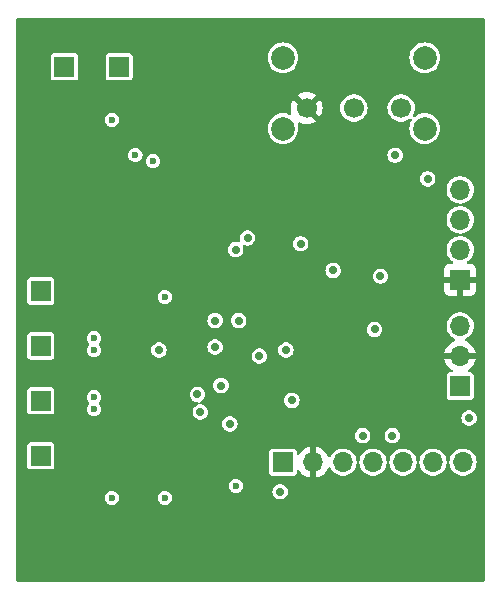
<source format=gbr>
%TF.GenerationSoftware,KiCad,Pcbnew,8.0.5*%
%TF.CreationDate,2025-02-26T14:21:12-03:00*%
%TF.ProjectId,EchoCar_PCB,4563686f-4361-4725-9f50-43422e6b6963,rev?*%
%TF.SameCoordinates,Original*%
%TF.FileFunction,Copper,L3,Inr*%
%TF.FilePolarity,Positive*%
%FSLAX46Y46*%
G04 Gerber Fmt 4.6, Leading zero omitted, Abs format (unit mm)*
G04 Created by KiCad (PCBNEW 8.0.5) date 2025-02-26 14:21:12*
%MOMM*%
%LPD*%
G01*
G04 APERTURE LIST*
%TA.AperFunction,ComponentPad*%
%ADD10R,1.700000X1.700000*%
%TD*%
%TA.AperFunction,ComponentPad*%
%ADD11O,1.700000X1.700000*%
%TD*%
%TA.AperFunction,ComponentPad*%
%ADD12C,2.000000*%
%TD*%
%TA.AperFunction,ComponentPad*%
%ADD13C,1.700000*%
%TD*%
%TA.AperFunction,ViaPad*%
%ADD14C,0.600000*%
%TD*%
%TA.AperFunction,ViaPad*%
%ADD15C,0.700000*%
%TD*%
G04 APERTURE END LIST*
D10*
%TO.N,GND*%
%TO.C,J3*%
X150000000Y-78540000D03*
D11*
%TO.N,+3.3V*%
X150000000Y-76000000D03*
%TO.N,UART_RX*%
X150000000Y-73460000D03*
%TD*%
D10*
%TO.N,GND*%
%TO.C,J2*%
X135000000Y-85000000D03*
D11*
%TO.N,+3.3V*%
X137540000Y-85000000D03*
%TO.N,DISP_SCK*%
X140080000Y-85000000D03*
%TO.N,DISP_SDA*%
X142620000Y-85000000D03*
%TO.N,DISP_RES*%
X145160000Y-85000000D03*
%TO.N,DISP_DC*%
X147700000Y-85000000D03*
%TO.N,DISP_CS*%
X150240000Y-85000000D03*
%TD*%
D10*
%TO.N,Net-(U3-OUTB2)*%
%TO.C,H4*%
X114500000Y-70500000D03*
%TD*%
D12*
%TO.N,*%
%TO.C,SW1*%
X147000000Y-56750000D03*
X147000000Y-50750000D03*
X135000000Y-56750000D03*
X135000000Y-50750000D03*
D13*
%TO.N,GND*%
X145000000Y-55000000D03*
%TO.N,Net-(SW1-B)*%
X141000000Y-55000000D03*
%TO.N,+3.3V*%
X137000000Y-55000000D03*
%TD*%
D10*
%TO.N,Net-(U3-OUTA1)*%
%TO.C,H1*%
X114500000Y-84450000D03*
%TD*%
%TO.N,GND*%
%TO.C,H6*%
X121150000Y-51500000D03*
%TD*%
%TO.N,Net-(U3-OUTA2)*%
%TO.C,H3*%
X114500000Y-75150000D03*
%TD*%
%TO.N,+3.3V*%
%TO.C,J1*%
X150000000Y-69540000D03*
D11*
%TO.N,SWIO*%
X150000000Y-67000000D03*
%TO.N,SWCLK*%
X150000000Y-64460000D03*
%TO.N,GND*%
X150000000Y-61920000D03*
%TD*%
D10*
%TO.N,VCC*%
%TO.C,H5*%
X116500000Y-51500000D03*
%TD*%
%TO.N,Net-(U3-OUTB1)*%
%TO.C,H2*%
X114500000Y-79800000D03*
%TD*%
D14*
%TO.N,+3.3V*%
X124000000Y-64500000D03*
X118500000Y-63500000D03*
X119000000Y-60500000D03*
%TO.N,GND*%
X131000000Y-87000000D03*
X125000000Y-88000000D03*
X120500000Y-88000000D03*
X120500000Y-56000000D03*
X119000000Y-80500000D03*
X119000000Y-79500000D03*
X119000000Y-75500000D03*
X119000000Y-74500000D03*
X124000000Y-59500000D03*
X122500000Y-59000000D03*
D15*
X131250000Y-73000000D03*
X131000000Y-67000000D03*
X142750000Y-73750000D03*
X139250000Y-68750000D03*
X136500000Y-66500000D03*
D14*
X125000000Y-71000000D03*
D15*
X147250000Y-61000000D03*
X134750000Y-87500000D03*
X135750000Y-79750000D03*
X144500000Y-59000000D03*
X143250000Y-69250000D03*
X150750000Y-81250000D03*
X132000000Y-66000000D03*
X129250000Y-73000000D03*
%TO.N,+3.3V*%
X136750000Y-87750000D03*
X146000000Y-75250000D03*
X137250000Y-58750000D03*
X147750000Y-71000000D03*
X137000000Y-61000000D03*
%TO.N,DISP_DC*%
X144250000Y-82750000D03*
X141750000Y-82750000D03*
%TO.N,MOTOR_IN_4*%
X130500000Y-81750000D03*
X124500000Y-75500000D03*
%TO.N,MOTOR_IN_2*%
X133000000Y-76000000D03*
X127750000Y-79250000D03*
%TO.N,MOTOR_IN_1*%
X129750000Y-78500000D03*
X128000000Y-80750000D03*
%TO.N,MOTOR_IN_3*%
X135250000Y-75500000D03*
X129250000Y-75250000D03*
%TD*%
%TA.AperFunction,Conductor*%
%TO.N,+3.3V*%
G36*
X152042539Y-47420185D02*
G01*
X152088294Y-47472989D01*
X152099500Y-47524500D01*
X152099500Y-94975500D01*
X152079815Y-95042539D01*
X152027011Y-95088294D01*
X151975500Y-95099500D01*
X112524500Y-95099500D01*
X112457461Y-95079815D01*
X112411706Y-95027011D01*
X112400500Y-94975500D01*
X112400500Y-87999998D01*
X119894318Y-87999998D01*
X119894318Y-88000001D01*
X119914955Y-88156760D01*
X119914956Y-88156762D01*
X119975464Y-88302841D01*
X120071718Y-88428282D01*
X120197159Y-88524536D01*
X120343238Y-88585044D01*
X120421619Y-88595363D01*
X120499999Y-88605682D01*
X120500000Y-88605682D01*
X120500001Y-88605682D01*
X120552254Y-88598802D01*
X120656762Y-88585044D01*
X120802841Y-88524536D01*
X120928282Y-88428282D01*
X121024536Y-88302841D01*
X121085044Y-88156762D01*
X121105682Y-88000000D01*
X121105682Y-87999998D01*
X124394318Y-87999998D01*
X124394318Y-88000001D01*
X124414955Y-88156760D01*
X124414956Y-88156762D01*
X124475464Y-88302841D01*
X124571718Y-88428282D01*
X124697159Y-88524536D01*
X124843238Y-88585044D01*
X124921619Y-88595363D01*
X124999999Y-88605682D01*
X125000000Y-88605682D01*
X125000001Y-88605682D01*
X125052254Y-88598802D01*
X125156762Y-88585044D01*
X125302841Y-88524536D01*
X125428282Y-88428282D01*
X125524536Y-88302841D01*
X125585044Y-88156762D01*
X125605682Y-88000000D01*
X125597062Y-87934528D01*
X125585044Y-87843239D01*
X125585044Y-87843238D01*
X125524536Y-87697159D01*
X125428282Y-87571718D01*
X125302841Y-87475464D01*
X125156762Y-87414956D01*
X125156760Y-87414955D01*
X125000001Y-87394318D01*
X124999999Y-87394318D01*
X124843239Y-87414955D01*
X124843237Y-87414956D01*
X124697160Y-87475463D01*
X124571718Y-87571718D01*
X124475463Y-87697160D01*
X124414956Y-87843237D01*
X124414955Y-87843239D01*
X124394318Y-87999998D01*
X121105682Y-87999998D01*
X121097062Y-87934528D01*
X121085044Y-87843239D01*
X121085044Y-87843238D01*
X121024536Y-87697159D01*
X120928282Y-87571718D01*
X120802841Y-87475464D01*
X120656762Y-87414956D01*
X120656760Y-87414955D01*
X120500001Y-87394318D01*
X120499999Y-87394318D01*
X120343239Y-87414955D01*
X120343237Y-87414956D01*
X120197160Y-87475463D01*
X120071718Y-87571718D01*
X119975463Y-87697160D01*
X119914956Y-87843237D01*
X119914955Y-87843239D01*
X119894318Y-87999998D01*
X112400500Y-87999998D01*
X112400500Y-86999998D01*
X130394318Y-86999998D01*
X130394318Y-87000001D01*
X130414955Y-87156760D01*
X130414956Y-87156762D01*
X130475464Y-87302841D01*
X130571718Y-87428282D01*
X130697159Y-87524536D01*
X130843238Y-87585044D01*
X130921619Y-87595363D01*
X130999999Y-87605682D01*
X131000000Y-87605682D01*
X131000001Y-87605682D01*
X131052254Y-87598802D01*
X131156762Y-87585044D01*
X131302841Y-87524536D01*
X131334818Y-87499999D01*
X134094722Y-87499999D01*
X134094722Y-87500000D01*
X134113762Y-87656818D01*
X134169780Y-87804523D01*
X134259517Y-87934530D01*
X134377760Y-88039283D01*
X134377762Y-88039284D01*
X134517634Y-88112696D01*
X134671014Y-88150500D01*
X134671015Y-88150500D01*
X134828985Y-88150500D01*
X134982365Y-88112696D01*
X135122240Y-88039283D01*
X135240483Y-87934530D01*
X135330220Y-87804523D01*
X135386237Y-87656818D01*
X135405278Y-87500000D01*
X135386237Y-87343182D01*
X135330220Y-87195477D01*
X135240483Y-87065470D01*
X135122240Y-86960717D01*
X135122238Y-86960716D01*
X135122237Y-86960715D01*
X134982365Y-86887303D01*
X134828986Y-86849500D01*
X134828985Y-86849500D01*
X134671015Y-86849500D01*
X134671014Y-86849500D01*
X134517634Y-86887303D01*
X134377762Y-86960715D01*
X134259516Y-87065471D01*
X134169781Y-87195475D01*
X134169780Y-87195476D01*
X134113762Y-87343181D01*
X134094722Y-87499999D01*
X131334818Y-87499999D01*
X131428282Y-87428282D01*
X131524536Y-87302841D01*
X131585044Y-87156762D01*
X131605682Y-87000000D01*
X131585044Y-86843238D01*
X131524536Y-86697159D01*
X131428282Y-86571718D01*
X131302841Y-86475464D01*
X131156762Y-86414956D01*
X131156760Y-86414955D01*
X131000001Y-86394318D01*
X130999999Y-86394318D01*
X130843239Y-86414955D01*
X130843237Y-86414956D01*
X130697160Y-86475463D01*
X130571718Y-86571718D01*
X130475463Y-86697160D01*
X130414956Y-86843237D01*
X130414955Y-86843239D01*
X130394318Y-86999998D01*
X112400500Y-86999998D01*
X112400500Y-83555131D01*
X113349500Y-83555131D01*
X113349500Y-85344856D01*
X113349502Y-85344882D01*
X113352413Y-85369987D01*
X113352415Y-85369991D01*
X113397793Y-85472764D01*
X113397794Y-85472765D01*
X113477235Y-85552206D01*
X113580009Y-85597585D01*
X113605135Y-85600500D01*
X115394864Y-85600499D01*
X115394879Y-85600497D01*
X115394882Y-85600497D01*
X115419987Y-85597586D01*
X115419988Y-85597585D01*
X115419991Y-85597585D01*
X115522765Y-85552206D01*
X115602206Y-85472765D01*
X115647585Y-85369991D01*
X115650500Y-85344865D01*
X115650499Y-84105131D01*
X133849500Y-84105131D01*
X133849500Y-85894856D01*
X133849502Y-85894882D01*
X133852413Y-85919987D01*
X133852415Y-85919991D01*
X133897793Y-86022764D01*
X133897794Y-86022765D01*
X133977235Y-86102206D01*
X134080009Y-86147585D01*
X134105135Y-86150500D01*
X135894864Y-86150499D01*
X135894879Y-86150497D01*
X135894882Y-86150497D01*
X135919987Y-86147586D01*
X135919988Y-86147585D01*
X135919991Y-86147585D01*
X136022765Y-86102206D01*
X136102206Y-86022765D01*
X136147585Y-85919991D01*
X136150500Y-85894865D01*
X136150499Y-85762516D01*
X136170183Y-85695480D01*
X136222987Y-85649725D01*
X136292145Y-85639781D01*
X136355701Y-85668805D01*
X136376073Y-85691395D01*
X136501890Y-85871078D01*
X136668917Y-86038105D01*
X136862421Y-86173600D01*
X137076507Y-86273429D01*
X137076516Y-86273433D01*
X137290000Y-86330634D01*
X137290000Y-85433012D01*
X137347007Y-85465925D01*
X137474174Y-85500000D01*
X137605826Y-85500000D01*
X137732993Y-85465925D01*
X137790000Y-85433012D01*
X137790000Y-86330633D01*
X138003483Y-86273433D01*
X138003492Y-86273429D01*
X138217578Y-86173600D01*
X138411082Y-86038105D01*
X138578105Y-85871082D01*
X138713600Y-85677578D01*
X138807294Y-85476651D01*
X138853466Y-85424212D01*
X138920660Y-85405060D01*
X138987541Y-85425276D01*
X139030676Y-85473785D01*
X139097632Y-85608253D01*
X139226127Y-85778406D01*
X139226128Y-85778407D01*
X139383698Y-85922052D01*
X139564981Y-86034298D01*
X139763802Y-86111321D01*
X139973390Y-86150500D01*
X139973392Y-86150500D01*
X140186608Y-86150500D01*
X140186610Y-86150500D01*
X140396198Y-86111321D01*
X140595019Y-86034298D01*
X140776302Y-85922052D01*
X140933872Y-85778407D01*
X141062366Y-85608255D01*
X141062367Y-85608253D01*
X141157403Y-85417394D01*
X141157403Y-85417393D01*
X141157405Y-85417389D01*
X141215756Y-85212310D01*
X141226529Y-85096047D01*
X141252315Y-85031111D01*
X141294622Y-85000804D01*
X141403130Y-85000804D01*
X141439503Y-85021668D01*
X141471693Y-85083681D01*
X141473470Y-85096047D01*
X141484244Y-85212310D01*
X141537675Y-85400099D01*
X141542596Y-85417392D01*
X141542596Y-85417394D01*
X141637632Y-85608253D01*
X141766127Y-85778406D01*
X141766128Y-85778407D01*
X141923698Y-85922052D01*
X142104981Y-86034298D01*
X142303802Y-86111321D01*
X142513390Y-86150500D01*
X142513392Y-86150500D01*
X142726608Y-86150500D01*
X142726610Y-86150500D01*
X142936198Y-86111321D01*
X143135019Y-86034298D01*
X143316302Y-85922052D01*
X143473872Y-85778407D01*
X143602366Y-85608255D01*
X143602367Y-85608253D01*
X143697403Y-85417394D01*
X143697403Y-85417393D01*
X143697405Y-85417389D01*
X143755756Y-85212310D01*
X143766529Y-85096047D01*
X143792315Y-85031111D01*
X143834622Y-85000804D01*
X143943130Y-85000804D01*
X143979503Y-85021668D01*
X144011693Y-85083681D01*
X144013470Y-85096047D01*
X144024244Y-85212310D01*
X144077675Y-85400099D01*
X144082596Y-85417392D01*
X144082596Y-85417394D01*
X144177632Y-85608253D01*
X144306127Y-85778406D01*
X144306128Y-85778407D01*
X144463698Y-85922052D01*
X144644981Y-86034298D01*
X144843802Y-86111321D01*
X145053390Y-86150500D01*
X145053392Y-86150500D01*
X145266608Y-86150500D01*
X145266610Y-86150500D01*
X145476198Y-86111321D01*
X145675019Y-86034298D01*
X145856302Y-85922052D01*
X146013872Y-85778407D01*
X146142366Y-85608255D01*
X146142367Y-85608253D01*
X146237403Y-85417394D01*
X146237403Y-85417393D01*
X146237405Y-85417389D01*
X146295756Y-85212310D01*
X146306529Y-85096047D01*
X146332315Y-85031111D01*
X146374622Y-85000804D01*
X146483130Y-85000804D01*
X146519503Y-85021668D01*
X146551693Y-85083681D01*
X146553470Y-85096047D01*
X146564244Y-85212310D01*
X146617675Y-85400099D01*
X146622596Y-85417392D01*
X146622596Y-85417394D01*
X146717632Y-85608253D01*
X146846127Y-85778406D01*
X146846128Y-85778407D01*
X147003698Y-85922052D01*
X147184981Y-86034298D01*
X147383802Y-86111321D01*
X147593390Y-86150500D01*
X147593392Y-86150500D01*
X147806608Y-86150500D01*
X147806610Y-86150500D01*
X148016198Y-86111321D01*
X148215019Y-86034298D01*
X148396302Y-85922052D01*
X148553872Y-85778407D01*
X148682366Y-85608255D01*
X148682367Y-85608253D01*
X148777403Y-85417394D01*
X148777403Y-85417393D01*
X148777405Y-85417389D01*
X148835756Y-85212310D01*
X148846529Y-85096047D01*
X148872315Y-85031111D01*
X148914622Y-85000804D01*
X149023130Y-85000804D01*
X149059503Y-85021668D01*
X149091693Y-85083681D01*
X149093470Y-85096047D01*
X149104244Y-85212310D01*
X149157675Y-85400099D01*
X149162596Y-85417392D01*
X149162596Y-85417394D01*
X149257632Y-85608253D01*
X149386127Y-85778406D01*
X149386128Y-85778407D01*
X149543698Y-85922052D01*
X149724981Y-86034298D01*
X149923802Y-86111321D01*
X150133390Y-86150500D01*
X150133392Y-86150500D01*
X150346608Y-86150500D01*
X150346610Y-86150500D01*
X150556198Y-86111321D01*
X150755019Y-86034298D01*
X150936302Y-85922052D01*
X151093872Y-85778407D01*
X151222366Y-85608255D01*
X151222367Y-85608253D01*
X151317403Y-85417394D01*
X151317403Y-85417393D01*
X151317405Y-85417389D01*
X151375756Y-85212310D01*
X151395429Y-85000000D01*
X151375756Y-84787690D01*
X151317405Y-84582611D01*
X151317403Y-84582606D01*
X151317403Y-84582605D01*
X151222367Y-84391746D01*
X151093872Y-84221593D01*
X150936302Y-84077948D01*
X150755019Y-83965702D01*
X150755017Y-83965701D01*
X150655608Y-83927190D01*
X150556198Y-83888679D01*
X150346610Y-83849500D01*
X150133390Y-83849500D01*
X149923802Y-83888679D01*
X149923799Y-83888679D01*
X149923799Y-83888680D01*
X149724982Y-83965701D01*
X149724980Y-83965702D01*
X149543699Y-84077947D01*
X149386127Y-84221593D01*
X149257632Y-84391746D01*
X149162596Y-84582605D01*
X149162596Y-84582607D01*
X149104244Y-84787689D01*
X149093471Y-84903951D01*
X149067685Y-84968888D01*
X149023130Y-85000804D01*
X148914622Y-85000804D01*
X148916869Y-84999194D01*
X148880497Y-84978331D01*
X148848307Y-84916318D01*
X148846529Y-84903951D01*
X148845849Y-84896613D01*
X148835756Y-84787690D01*
X148777405Y-84582611D01*
X148777403Y-84582606D01*
X148777403Y-84582605D01*
X148682367Y-84391746D01*
X148553872Y-84221593D01*
X148396302Y-84077948D01*
X148215019Y-83965702D01*
X148215017Y-83965701D01*
X148115608Y-83927190D01*
X148016198Y-83888679D01*
X147806610Y-83849500D01*
X147593390Y-83849500D01*
X147383802Y-83888679D01*
X147383799Y-83888679D01*
X147383799Y-83888680D01*
X147184982Y-83965701D01*
X147184980Y-83965702D01*
X147003699Y-84077947D01*
X146846127Y-84221593D01*
X146717632Y-84391746D01*
X146622596Y-84582605D01*
X146622596Y-84582607D01*
X146564244Y-84787689D01*
X146553471Y-84903951D01*
X146527685Y-84968888D01*
X146483130Y-85000804D01*
X146374622Y-85000804D01*
X146376869Y-84999194D01*
X146340497Y-84978331D01*
X146308307Y-84916318D01*
X146306529Y-84903951D01*
X146305849Y-84896613D01*
X146295756Y-84787690D01*
X146237405Y-84582611D01*
X146237403Y-84582606D01*
X146237403Y-84582605D01*
X146142367Y-84391746D01*
X146013872Y-84221593D01*
X145856302Y-84077948D01*
X145675019Y-83965702D01*
X145675017Y-83965701D01*
X145575608Y-83927190D01*
X145476198Y-83888679D01*
X145266610Y-83849500D01*
X145053390Y-83849500D01*
X144843802Y-83888679D01*
X144843799Y-83888679D01*
X144843799Y-83888680D01*
X144644982Y-83965701D01*
X144644980Y-83965702D01*
X144463699Y-84077947D01*
X144306127Y-84221593D01*
X144177632Y-84391746D01*
X144082596Y-84582605D01*
X144082596Y-84582607D01*
X144024244Y-84787689D01*
X144013471Y-84903951D01*
X143987685Y-84968888D01*
X143943130Y-85000804D01*
X143834622Y-85000804D01*
X143836869Y-84999194D01*
X143800497Y-84978331D01*
X143768307Y-84916318D01*
X143766529Y-84903951D01*
X143765849Y-84896613D01*
X143755756Y-84787690D01*
X143697405Y-84582611D01*
X143697403Y-84582606D01*
X143697403Y-84582605D01*
X143602367Y-84391746D01*
X143473872Y-84221593D01*
X143316302Y-84077948D01*
X143135019Y-83965702D01*
X143135017Y-83965701D01*
X143035608Y-83927190D01*
X142936198Y-83888679D01*
X142726610Y-83849500D01*
X142513390Y-83849500D01*
X142303802Y-83888679D01*
X142303799Y-83888679D01*
X142303799Y-83888680D01*
X142104982Y-83965701D01*
X142104980Y-83965702D01*
X141923699Y-84077947D01*
X141766127Y-84221593D01*
X141637632Y-84391746D01*
X141542596Y-84582605D01*
X141542596Y-84582607D01*
X141484244Y-84787689D01*
X141473471Y-84903951D01*
X141447685Y-84968888D01*
X141403130Y-85000804D01*
X141294622Y-85000804D01*
X141296869Y-84999194D01*
X141260497Y-84978331D01*
X141228307Y-84916318D01*
X141226529Y-84903951D01*
X141225849Y-84896613D01*
X141215756Y-84787690D01*
X141157405Y-84582611D01*
X141157403Y-84582606D01*
X141157403Y-84582605D01*
X141062367Y-84391746D01*
X140933872Y-84221593D01*
X140776302Y-84077948D01*
X140595019Y-83965702D01*
X140595017Y-83965701D01*
X140495608Y-83927190D01*
X140396198Y-83888679D01*
X140186610Y-83849500D01*
X139973390Y-83849500D01*
X139763802Y-83888679D01*
X139763799Y-83888679D01*
X139763799Y-83888680D01*
X139564982Y-83965701D01*
X139564980Y-83965702D01*
X139383699Y-84077947D01*
X139226127Y-84221593D01*
X139097634Y-84391744D01*
X139030676Y-84526215D01*
X138983173Y-84577452D01*
X138915510Y-84594873D01*
X138849170Y-84572947D01*
X138807294Y-84523348D01*
X138713600Y-84322422D01*
X138713599Y-84322420D01*
X138578113Y-84128926D01*
X138578108Y-84128920D01*
X138411082Y-83961894D01*
X138217578Y-83826399D01*
X138003492Y-83726570D01*
X138003486Y-83726567D01*
X137790000Y-83669364D01*
X137790000Y-84566988D01*
X137732993Y-84534075D01*
X137605826Y-84500000D01*
X137474174Y-84500000D01*
X137347007Y-84534075D01*
X137290000Y-84566988D01*
X137290000Y-83669364D01*
X137289999Y-83669364D01*
X137076513Y-83726567D01*
X137076507Y-83726570D01*
X136862422Y-83826399D01*
X136862420Y-83826400D01*
X136668926Y-83961886D01*
X136668920Y-83961891D01*
X136501891Y-84128920D01*
X136501890Y-84128922D01*
X136376074Y-84308606D01*
X136321497Y-84352230D01*
X136251998Y-84359423D01*
X136189644Y-84327901D01*
X136154230Y-84267671D01*
X136150499Y-84237482D01*
X136150499Y-84105143D01*
X136150499Y-84105136D01*
X136150497Y-84105117D01*
X136147586Y-84080012D01*
X136147585Y-84080010D01*
X136147585Y-84080009D01*
X136102206Y-83977235D01*
X136022765Y-83897794D01*
X136002124Y-83888680D01*
X135919992Y-83852415D01*
X135894865Y-83849500D01*
X134105143Y-83849500D01*
X134105117Y-83849502D01*
X134080012Y-83852413D01*
X134080008Y-83852415D01*
X133977235Y-83897793D01*
X133897794Y-83977234D01*
X133852415Y-84080006D01*
X133852415Y-84080008D01*
X133849500Y-84105131D01*
X115650499Y-84105131D01*
X115650499Y-83555136D01*
X115650497Y-83555117D01*
X115647586Y-83530012D01*
X115647585Y-83530010D01*
X115647585Y-83530009D01*
X115602206Y-83427235D01*
X115522765Y-83347794D01*
X115522763Y-83347793D01*
X115419992Y-83302415D01*
X115394865Y-83299500D01*
X113605143Y-83299500D01*
X113605117Y-83299502D01*
X113580012Y-83302413D01*
X113580008Y-83302415D01*
X113477235Y-83347793D01*
X113397794Y-83427234D01*
X113352415Y-83530006D01*
X113352415Y-83530008D01*
X113349500Y-83555131D01*
X112400500Y-83555131D01*
X112400500Y-82749999D01*
X141094722Y-82749999D01*
X141094722Y-82750000D01*
X141113762Y-82906818D01*
X141169780Y-83054523D01*
X141259517Y-83184530D01*
X141377760Y-83289283D01*
X141377762Y-83289284D01*
X141517634Y-83362696D01*
X141671014Y-83400500D01*
X141671015Y-83400500D01*
X141828985Y-83400500D01*
X141982365Y-83362696D01*
X142010760Y-83347793D01*
X142122240Y-83289283D01*
X142240483Y-83184530D01*
X142330220Y-83054523D01*
X142386237Y-82906818D01*
X142405278Y-82750000D01*
X142405278Y-82749999D01*
X143594722Y-82749999D01*
X143594722Y-82750000D01*
X143613762Y-82906818D01*
X143669780Y-83054523D01*
X143759517Y-83184530D01*
X143877760Y-83289283D01*
X143877762Y-83289284D01*
X144017634Y-83362696D01*
X144171014Y-83400500D01*
X144171015Y-83400500D01*
X144328985Y-83400500D01*
X144482365Y-83362696D01*
X144510760Y-83347793D01*
X144622240Y-83289283D01*
X144740483Y-83184530D01*
X144830220Y-83054523D01*
X144886237Y-82906818D01*
X144905278Y-82750000D01*
X144886237Y-82593182D01*
X144830220Y-82445477D01*
X144740483Y-82315470D01*
X144622240Y-82210717D01*
X144622238Y-82210716D01*
X144622237Y-82210715D01*
X144482365Y-82137303D01*
X144328986Y-82099500D01*
X144328985Y-82099500D01*
X144171015Y-82099500D01*
X144171014Y-82099500D01*
X144017634Y-82137303D01*
X143877762Y-82210715D01*
X143759516Y-82315471D01*
X143669781Y-82445475D01*
X143669780Y-82445476D01*
X143613762Y-82593181D01*
X143594722Y-82749999D01*
X142405278Y-82749999D01*
X142386237Y-82593182D01*
X142330220Y-82445477D01*
X142240483Y-82315470D01*
X142122240Y-82210717D01*
X142122238Y-82210716D01*
X142122237Y-82210715D01*
X141982365Y-82137303D01*
X141828986Y-82099500D01*
X141828985Y-82099500D01*
X141671015Y-82099500D01*
X141671014Y-82099500D01*
X141517634Y-82137303D01*
X141377762Y-82210715D01*
X141259516Y-82315471D01*
X141169781Y-82445475D01*
X141169780Y-82445476D01*
X141113762Y-82593181D01*
X141094722Y-82749999D01*
X112400500Y-82749999D01*
X112400500Y-81749999D01*
X129844722Y-81749999D01*
X129844722Y-81750000D01*
X129863762Y-81906818D01*
X129919780Y-82054523D01*
X130009517Y-82184530D01*
X130127760Y-82289283D01*
X130127762Y-82289284D01*
X130267634Y-82362696D01*
X130421014Y-82400500D01*
X130421015Y-82400500D01*
X130578985Y-82400500D01*
X130732365Y-82362696D01*
X130872240Y-82289283D01*
X130990483Y-82184530D01*
X131080220Y-82054523D01*
X131136237Y-81906818D01*
X131155278Y-81750000D01*
X131136237Y-81593182D01*
X131080220Y-81445477D01*
X130990483Y-81315470D01*
X130916581Y-81249999D01*
X150094722Y-81249999D01*
X150094722Y-81250000D01*
X150113762Y-81406818D01*
X150128424Y-81445477D01*
X150169780Y-81554523D01*
X150259517Y-81684530D01*
X150377760Y-81789283D01*
X150377762Y-81789284D01*
X150517634Y-81862696D01*
X150671014Y-81900500D01*
X150671015Y-81900500D01*
X150828985Y-81900500D01*
X150982365Y-81862696D01*
X151122240Y-81789283D01*
X151240483Y-81684530D01*
X151330220Y-81554523D01*
X151386237Y-81406818D01*
X151405278Y-81250000D01*
X151386237Y-81093182D01*
X151383150Y-81085043D01*
X151360203Y-81024536D01*
X151330220Y-80945477D01*
X151240483Y-80815470D01*
X151122240Y-80710717D01*
X151122238Y-80710716D01*
X151122237Y-80710715D01*
X150982365Y-80637303D01*
X150828986Y-80599500D01*
X150828985Y-80599500D01*
X150671015Y-80599500D01*
X150671014Y-80599500D01*
X150517634Y-80637303D01*
X150377762Y-80710715D01*
X150259516Y-80815471D01*
X150169781Y-80945475D01*
X150169780Y-80945476D01*
X150113762Y-81093181D01*
X150094722Y-81249999D01*
X130916581Y-81249999D01*
X130872240Y-81210717D01*
X130872238Y-81210716D01*
X130872237Y-81210715D01*
X130732365Y-81137303D01*
X130578986Y-81099500D01*
X130578985Y-81099500D01*
X130421015Y-81099500D01*
X130421014Y-81099500D01*
X130267634Y-81137303D01*
X130127762Y-81210715D01*
X130009516Y-81315471D01*
X129919781Y-81445475D01*
X129919780Y-81445476D01*
X129863762Y-81593181D01*
X129844722Y-81749999D01*
X112400500Y-81749999D01*
X112400500Y-78905131D01*
X113349500Y-78905131D01*
X113349500Y-80694856D01*
X113349502Y-80694882D01*
X113352413Y-80719987D01*
X113352415Y-80719991D01*
X113397793Y-80822764D01*
X113397794Y-80822765D01*
X113477235Y-80902206D01*
X113580009Y-80947585D01*
X113605135Y-80950500D01*
X115394864Y-80950499D01*
X115394879Y-80950497D01*
X115394882Y-80950497D01*
X115419987Y-80947586D01*
X115419988Y-80947585D01*
X115419991Y-80947585D01*
X115522765Y-80902206D01*
X115602206Y-80822765D01*
X115647585Y-80719991D01*
X115650500Y-80694865D01*
X115650499Y-79499998D01*
X118394318Y-79499998D01*
X118394318Y-79500001D01*
X118414955Y-79656760D01*
X118414956Y-79656762D01*
X118475464Y-79802842D01*
X118568826Y-79924514D01*
X118594020Y-79989683D01*
X118579981Y-80058128D01*
X118568826Y-80075486D01*
X118475464Y-80197157D01*
X118414956Y-80343237D01*
X118414955Y-80343239D01*
X118394318Y-80499998D01*
X118394318Y-80500001D01*
X118414955Y-80656760D01*
X118414956Y-80656762D01*
X118453576Y-80750000D01*
X118475464Y-80802841D01*
X118571718Y-80928282D01*
X118697159Y-81024536D01*
X118843238Y-81085044D01*
X118905045Y-81093181D01*
X118999999Y-81105682D01*
X119000000Y-81105682D01*
X119000001Y-81105682D01*
X119094947Y-81093182D01*
X119156762Y-81085044D01*
X119302841Y-81024536D01*
X119428282Y-80928282D01*
X119524536Y-80802841D01*
X119585044Y-80656762D01*
X119605682Y-80500000D01*
X119585044Y-80343238D01*
X119524536Y-80197159D01*
X119431171Y-80075484D01*
X119405979Y-80010317D01*
X119420017Y-79941873D01*
X119431167Y-79924521D01*
X119524536Y-79802841D01*
X119585044Y-79656762D01*
X119605682Y-79500000D01*
X119585044Y-79343238D01*
X119546423Y-79249999D01*
X127094722Y-79249999D01*
X127094722Y-79250000D01*
X127113762Y-79406818D01*
X127169780Y-79554523D01*
X127259517Y-79684530D01*
X127377760Y-79789283D01*
X127377762Y-79789284D01*
X127517634Y-79862696D01*
X127671014Y-79900500D01*
X127715739Y-79900500D01*
X127782778Y-79920185D01*
X127828533Y-79972989D01*
X127838477Y-80042147D01*
X127809452Y-80105703D01*
X127773365Y-80134296D01*
X127627762Y-80210714D01*
X127509516Y-80315471D01*
X127419781Y-80445475D01*
X127419780Y-80445476D01*
X127363762Y-80593181D01*
X127344722Y-80749999D01*
X127344722Y-80750000D01*
X127363762Y-80906818D01*
X127380329Y-80950500D01*
X127419780Y-81054523D01*
X127509517Y-81184530D01*
X127627760Y-81289283D01*
X127627762Y-81289284D01*
X127767634Y-81362696D01*
X127921014Y-81400500D01*
X127921015Y-81400500D01*
X128078985Y-81400500D01*
X128232365Y-81362696D01*
X128372240Y-81289283D01*
X128490483Y-81184530D01*
X128580220Y-81054523D01*
X128636237Y-80906818D01*
X128655278Y-80750000D01*
X128648584Y-80694865D01*
X128636237Y-80593181D01*
X128600897Y-80499998D01*
X128580220Y-80445477D01*
X128490483Y-80315470D01*
X128372240Y-80210717D01*
X128372238Y-80210716D01*
X128372237Y-80210715D01*
X128232365Y-80137303D01*
X128078986Y-80099500D01*
X128078985Y-80099500D01*
X128034261Y-80099500D01*
X127967222Y-80079815D01*
X127921467Y-80027011D01*
X127911523Y-79957853D01*
X127940548Y-79894297D01*
X127976635Y-79865704D01*
X128122237Y-79789285D01*
X128122238Y-79789283D01*
X128122240Y-79789283D01*
X128166583Y-79749999D01*
X135094722Y-79749999D01*
X135094722Y-79750000D01*
X135113762Y-79906818D01*
X135138858Y-79972989D01*
X135169780Y-80054523D01*
X135259517Y-80184530D01*
X135377760Y-80289283D01*
X135377762Y-80289284D01*
X135517634Y-80362696D01*
X135671014Y-80400500D01*
X135671015Y-80400500D01*
X135828985Y-80400500D01*
X135982365Y-80362696D01*
X136122240Y-80289283D01*
X136240483Y-80184530D01*
X136330220Y-80054523D01*
X136386237Y-79906818D01*
X136405278Y-79750000D01*
X136398054Y-79690500D01*
X136386237Y-79593181D01*
X136335724Y-79459991D01*
X136330220Y-79445477D01*
X136240483Y-79315470D01*
X136122240Y-79210717D01*
X136122238Y-79210716D01*
X136122237Y-79210715D01*
X135982365Y-79137303D01*
X135828986Y-79099500D01*
X135828985Y-79099500D01*
X135671015Y-79099500D01*
X135671014Y-79099500D01*
X135517634Y-79137303D01*
X135377762Y-79210715D01*
X135259516Y-79315471D01*
X135169781Y-79445475D01*
X135169780Y-79445476D01*
X135113762Y-79593181D01*
X135094722Y-79749999D01*
X128166583Y-79749999D01*
X128240483Y-79684530D01*
X128330220Y-79554523D01*
X128386237Y-79406818D01*
X128405278Y-79250000D01*
X128388607Y-79112696D01*
X128386237Y-79093181D01*
X128364992Y-79037164D01*
X128330220Y-78945477D01*
X128240483Y-78815470D01*
X128122240Y-78710717D01*
X128122238Y-78710716D01*
X128122237Y-78710715D01*
X127982365Y-78637303D01*
X127828986Y-78599500D01*
X127828985Y-78599500D01*
X127671015Y-78599500D01*
X127671014Y-78599500D01*
X127517634Y-78637303D01*
X127377762Y-78710715D01*
X127259516Y-78815471D01*
X127169781Y-78945475D01*
X127169780Y-78945476D01*
X127113762Y-79093181D01*
X127094722Y-79249999D01*
X119546423Y-79249999D01*
X119524536Y-79197159D01*
X119428282Y-79071718D01*
X119302841Y-78975464D01*
X119156762Y-78914956D01*
X119156760Y-78914955D01*
X119000001Y-78894318D01*
X118999999Y-78894318D01*
X118843239Y-78914955D01*
X118843237Y-78914956D01*
X118697160Y-78975463D01*
X118571718Y-79071718D01*
X118475463Y-79197160D01*
X118414956Y-79343237D01*
X118414955Y-79343239D01*
X118394318Y-79499998D01*
X115650499Y-79499998D01*
X115650499Y-78905136D01*
X115650497Y-78905117D01*
X115647586Y-78880012D01*
X115647585Y-78880010D01*
X115647585Y-78880009D01*
X115602206Y-78777235D01*
X115522765Y-78697794D01*
X115522763Y-78697793D01*
X115419992Y-78652415D01*
X115394865Y-78649500D01*
X113605143Y-78649500D01*
X113605117Y-78649502D01*
X113580012Y-78652413D01*
X113580008Y-78652415D01*
X113477235Y-78697793D01*
X113397794Y-78777234D01*
X113352415Y-78880006D01*
X113352415Y-78880008D01*
X113349500Y-78905131D01*
X112400500Y-78905131D01*
X112400500Y-78499999D01*
X129094722Y-78499999D01*
X129094722Y-78500000D01*
X129113762Y-78656818D01*
X129159431Y-78777235D01*
X129169780Y-78804523D01*
X129259517Y-78934530D01*
X129377760Y-79039283D01*
X129377762Y-79039284D01*
X129517634Y-79112696D01*
X129671014Y-79150500D01*
X129671015Y-79150500D01*
X129828985Y-79150500D01*
X129982365Y-79112696D01*
X130122240Y-79039283D01*
X130240483Y-78934530D01*
X130330220Y-78804523D01*
X130386237Y-78656818D01*
X130405278Y-78500000D01*
X130386237Y-78343182D01*
X130330220Y-78195477D01*
X130240483Y-78065470D01*
X130122240Y-77960717D01*
X130122238Y-77960716D01*
X130122237Y-77960715D01*
X129982365Y-77887303D01*
X129828986Y-77849500D01*
X129828985Y-77849500D01*
X129671015Y-77849500D01*
X129671014Y-77849500D01*
X129517634Y-77887303D01*
X129377762Y-77960715D01*
X129259516Y-78065471D01*
X129169781Y-78195475D01*
X129169780Y-78195476D01*
X129113762Y-78343181D01*
X129094722Y-78499999D01*
X112400500Y-78499999D01*
X112400500Y-74255131D01*
X113349500Y-74255131D01*
X113349500Y-76044856D01*
X113349502Y-76044882D01*
X113352413Y-76069987D01*
X113352415Y-76069991D01*
X113397793Y-76172764D01*
X113397794Y-76172765D01*
X113477235Y-76252206D01*
X113580009Y-76297585D01*
X113605135Y-76300500D01*
X115394864Y-76300499D01*
X115394879Y-76300497D01*
X115394882Y-76300497D01*
X115419987Y-76297586D01*
X115419988Y-76297585D01*
X115419991Y-76297585D01*
X115522765Y-76252206D01*
X115602206Y-76172765D01*
X115647585Y-76069991D01*
X115650500Y-76044865D01*
X115650499Y-74499998D01*
X118394318Y-74499998D01*
X118394318Y-74500001D01*
X118414955Y-74656760D01*
X118414956Y-74656762D01*
X118475464Y-74802842D01*
X118568826Y-74924514D01*
X118594020Y-74989683D01*
X118579981Y-75058128D01*
X118568826Y-75075486D01*
X118475464Y-75197157D01*
X118414956Y-75343237D01*
X118414955Y-75343239D01*
X118394318Y-75499998D01*
X118394318Y-75500001D01*
X118414955Y-75656760D01*
X118414956Y-75656762D01*
X118453576Y-75750000D01*
X118475464Y-75802841D01*
X118571718Y-75928282D01*
X118697159Y-76024536D01*
X118843238Y-76085044D01*
X118921619Y-76095363D01*
X118999999Y-76105682D01*
X119000000Y-76105682D01*
X119000001Y-76105682D01*
X119052254Y-76098802D01*
X119156762Y-76085044D01*
X119302841Y-76024536D01*
X119428282Y-75928282D01*
X119524536Y-75802841D01*
X119585044Y-75656762D01*
X119605682Y-75500000D01*
X119605682Y-75499999D01*
X123844722Y-75499999D01*
X123844722Y-75500000D01*
X123863762Y-75656818D01*
X123899102Y-75750000D01*
X123919780Y-75804523D01*
X124009517Y-75934530D01*
X124127760Y-76039283D01*
X124127762Y-76039284D01*
X124267634Y-76112696D01*
X124421014Y-76150500D01*
X124421015Y-76150500D01*
X124578985Y-76150500D01*
X124732365Y-76112696D01*
X124745729Y-76105682D01*
X124872240Y-76039283D01*
X124916583Y-75999999D01*
X132344722Y-75999999D01*
X132344722Y-76000000D01*
X132363762Y-76156818D01*
X132417148Y-76297584D01*
X132419780Y-76304523D01*
X132509517Y-76434530D01*
X132627760Y-76539283D01*
X132627762Y-76539284D01*
X132767634Y-76612696D01*
X132921014Y-76650500D01*
X132921015Y-76650500D01*
X133078985Y-76650500D01*
X133232365Y-76612696D01*
X133372240Y-76539283D01*
X133490483Y-76434530D01*
X133580220Y-76304523D01*
X133636237Y-76156818D01*
X133655278Y-76000000D01*
X133638607Y-75862696D01*
X133636237Y-75843181D01*
X133600897Y-75749999D01*
X133580220Y-75695477D01*
X133490483Y-75565470D01*
X133416581Y-75499999D01*
X134594722Y-75499999D01*
X134594722Y-75500000D01*
X134613762Y-75656818D01*
X134649102Y-75750000D01*
X134669780Y-75804523D01*
X134759517Y-75934530D01*
X134877760Y-76039283D01*
X134877762Y-76039284D01*
X135017634Y-76112696D01*
X135171014Y-76150500D01*
X135171015Y-76150500D01*
X135328985Y-76150500D01*
X135482365Y-76112696D01*
X135495729Y-76105682D01*
X135622240Y-76039283D01*
X135740483Y-75934530D01*
X135830220Y-75804523D01*
X135850898Y-75749999D01*
X148669364Y-75749999D01*
X148669364Y-75750000D01*
X149566988Y-75750000D01*
X149534075Y-75807007D01*
X149500000Y-75934174D01*
X149500000Y-76065826D01*
X149534075Y-76192993D01*
X149566988Y-76250000D01*
X148669364Y-76250000D01*
X148726567Y-76463486D01*
X148726570Y-76463492D01*
X148826399Y-76677578D01*
X148961894Y-76871082D01*
X149128917Y-77038105D01*
X149308605Y-77163925D01*
X149352230Y-77218502D01*
X149359422Y-77288001D01*
X149327900Y-77350355D01*
X149267670Y-77385769D01*
X149237482Y-77389500D01*
X149105144Y-77389500D01*
X149105117Y-77389502D01*
X149080012Y-77392413D01*
X149080008Y-77392415D01*
X148977235Y-77437793D01*
X148897794Y-77517234D01*
X148852415Y-77620006D01*
X148852415Y-77620008D01*
X148849500Y-77645131D01*
X148849500Y-79434856D01*
X148849502Y-79434882D01*
X148852413Y-79459987D01*
X148852415Y-79459991D01*
X148897793Y-79562764D01*
X148897794Y-79562765D01*
X148977235Y-79642206D01*
X149080009Y-79687585D01*
X149105135Y-79690500D01*
X150894864Y-79690499D01*
X150894879Y-79690497D01*
X150894882Y-79690497D01*
X150919987Y-79687586D01*
X150919988Y-79687585D01*
X150919991Y-79687585D01*
X151022765Y-79642206D01*
X151102206Y-79562765D01*
X151147585Y-79459991D01*
X151150500Y-79434865D01*
X151150499Y-77645136D01*
X151150497Y-77645117D01*
X151147586Y-77620012D01*
X151147585Y-77620010D01*
X151147585Y-77620009D01*
X151102206Y-77517235D01*
X151022765Y-77437794D01*
X151022763Y-77437793D01*
X150919992Y-77392415D01*
X150894868Y-77389500D01*
X150762519Y-77389500D01*
X150695480Y-77369815D01*
X150649725Y-77317011D01*
X150639781Y-77247853D01*
X150668806Y-77184297D01*
X150691395Y-77163925D01*
X150871082Y-77038105D01*
X151038105Y-76871082D01*
X151173600Y-76677578D01*
X151273429Y-76463492D01*
X151273432Y-76463486D01*
X151330636Y-76250000D01*
X150433012Y-76250000D01*
X150465925Y-76192993D01*
X150500000Y-76065826D01*
X150500000Y-75934174D01*
X150465925Y-75807007D01*
X150433012Y-75750000D01*
X151330636Y-75750000D01*
X151330635Y-75749999D01*
X151273432Y-75536513D01*
X151273429Y-75536507D01*
X151173600Y-75322422D01*
X151173599Y-75322420D01*
X151038113Y-75128926D01*
X151038108Y-75128920D01*
X150871082Y-74961894D01*
X150677578Y-74826399D01*
X150478426Y-74733533D01*
X150425987Y-74687360D01*
X150406835Y-74620167D01*
X150427051Y-74553286D01*
X150480216Y-74507951D01*
X150486005Y-74505537D01*
X150515019Y-74494298D01*
X150696302Y-74382052D01*
X150853872Y-74238407D01*
X150982366Y-74068255D01*
X151028570Y-73975464D01*
X151077403Y-73877394D01*
X151077403Y-73877393D01*
X151077405Y-73877389D01*
X151135756Y-73672310D01*
X151155429Y-73460000D01*
X151135756Y-73247690D01*
X151077405Y-73042611D01*
X151077403Y-73042606D01*
X151077403Y-73042605D01*
X150982367Y-72851746D01*
X150853872Y-72681593D01*
X150696302Y-72537948D01*
X150515019Y-72425702D01*
X150515017Y-72425701D01*
X150318317Y-72349500D01*
X150316198Y-72348679D01*
X150106610Y-72309500D01*
X149893390Y-72309500D01*
X149683802Y-72348679D01*
X149683799Y-72348679D01*
X149683799Y-72348680D01*
X149484982Y-72425701D01*
X149484980Y-72425702D01*
X149303699Y-72537947D01*
X149146127Y-72681593D01*
X149017632Y-72851746D01*
X148922596Y-73042605D01*
X148922596Y-73042607D01*
X148864244Y-73247689D01*
X148844571Y-73459999D01*
X148844571Y-73460000D01*
X148864244Y-73672310D01*
X148922596Y-73877392D01*
X148922596Y-73877394D01*
X149017632Y-74068253D01*
X149114979Y-74197160D01*
X149146128Y-74238407D01*
X149303698Y-74382052D01*
X149484981Y-74494298D01*
X149513961Y-74505525D01*
X149569362Y-74548095D01*
X149592954Y-74613861D01*
X149577244Y-74681942D01*
X149527222Y-74730722D01*
X149521573Y-74733533D01*
X149322422Y-74826399D01*
X149322420Y-74826400D01*
X149128926Y-74961886D01*
X149128920Y-74961891D01*
X148961891Y-75128920D01*
X148961886Y-75128926D01*
X148826400Y-75322420D01*
X148826399Y-75322422D01*
X148726570Y-75536507D01*
X148726567Y-75536513D01*
X148669364Y-75749999D01*
X135850898Y-75749999D01*
X135886237Y-75656818D01*
X135905278Y-75500000D01*
X135886237Y-75343182D01*
X135830220Y-75195477D01*
X135740483Y-75065470D01*
X135622240Y-74960717D01*
X135622238Y-74960716D01*
X135622237Y-74960715D01*
X135482365Y-74887303D01*
X135328986Y-74849500D01*
X135328985Y-74849500D01*
X135171015Y-74849500D01*
X135171014Y-74849500D01*
X135017634Y-74887303D01*
X134877762Y-74960715D01*
X134798931Y-75030552D01*
X134767805Y-75058128D01*
X134759516Y-75065471D01*
X134669781Y-75195475D01*
X134669780Y-75195476D01*
X134613762Y-75343181D01*
X134594722Y-75499999D01*
X133416581Y-75499999D01*
X133372240Y-75460717D01*
X133372238Y-75460716D01*
X133372237Y-75460715D01*
X133232365Y-75387303D01*
X133078986Y-75349500D01*
X133078985Y-75349500D01*
X132921015Y-75349500D01*
X132921014Y-75349500D01*
X132767634Y-75387303D01*
X132627762Y-75460715D01*
X132509516Y-75565471D01*
X132419781Y-75695475D01*
X132419780Y-75695476D01*
X132363762Y-75843181D01*
X132344722Y-75999999D01*
X124916583Y-75999999D01*
X124990483Y-75934530D01*
X125080220Y-75804523D01*
X125136237Y-75656818D01*
X125155278Y-75500000D01*
X125136237Y-75343182D01*
X125100897Y-75249999D01*
X128594722Y-75249999D01*
X128594722Y-75250000D01*
X128613762Y-75406818D01*
X128662025Y-75534075D01*
X128669780Y-75554523D01*
X128759517Y-75684530D01*
X128877760Y-75789283D01*
X128877762Y-75789284D01*
X129017634Y-75862696D01*
X129171014Y-75900500D01*
X129171015Y-75900500D01*
X129328985Y-75900500D01*
X129482365Y-75862696D01*
X129519547Y-75843181D01*
X129622240Y-75789283D01*
X129740483Y-75684530D01*
X129830220Y-75554523D01*
X129886237Y-75406818D01*
X129905278Y-75250000D01*
X129886237Y-75093182D01*
X129830220Y-74945477D01*
X129740483Y-74815470D01*
X129622240Y-74710717D01*
X129622238Y-74710716D01*
X129622237Y-74710715D01*
X129482365Y-74637303D01*
X129328986Y-74599500D01*
X129328985Y-74599500D01*
X129171015Y-74599500D01*
X129171014Y-74599500D01*
X129017634Y-74637303D01*
X128877762Y-74710715D01*
X128759516Y-74815471D01*
X128669781Y-74945475D01*
X128669780Y-74945476D01*
X128613762Y-75093181D01*
X128594722Y-75249999D01*
X125100897Y-75249999D01*
X125080220Y-75195477D01*
X124990483Y-75065470D01*
X124872240Y-74960717D01*
X124872238Y-74960716D01*
X124872237Y-74960715D01*
X124732365Y-74887303D01*
X124578986Y-74849500D01*
X124578985Y-74849500D01*
X124421015Y-74849500D01*
X124421014Y-74849500D01*
X124267634Y-74887303D01*
X124127762Y-74960715D01*
X124048931Y-75030552D01*
X124017805Y-75058128D01*
X124009516Y-75065471D01*
X123919781Y-75195475D01*
X123919780Y-75195476D01*
X123863762Y-75343181D01*
X123844722Y-75499999D01*
X119605682Y-75499999D01*
X119585044Y-75343238D01*
X119524536Y-75197159D01*
X119431171Y-75075484D01*
X119405979Y-75010317D01*
X119420017Y-74941873D01*
X119431167Y-74924521D01*
X119524536Y-74802841D01*
X119585044Y-74656762D01*
X119605682Y-74500000D01*
X119604931Y-74494299D01*
X119585044Y-74343239D01*
X119585044Y-74343238D01*
X119524536Y-74197159D01*
X119428282Y-74071718D01*
X119302841Y-73975464D01*
X119156762Y-73914956D01*
X119156760Y-73914955D01*
X119000001Y-73894318D01*
X118999999Y-73894318D01*
X118843239Y-73914955D01*
X118843237Y-73914956D01*
X118697160Y-73975463D01*
X118571718Y-74071718D01*
X118475463Y-74197160D01*
X118414956Y-74343237D01*
X118414955Y-74343239D01*
X118394318Y-74499998D01*
X115650499Y-74499998D01*
X115650499Y-74255136D01*
X115648559Y-74238406D01*
X115647586Y-74230012D01*
X115647585Y-74230010D01*
X115647585Y-74230009D01*
X115602206Y-74127235D01*
X115522765Y-74047794D01*
X115522763Y-74047793D01*
X115419992Y-74002415D01*
X115394865Y-73999500D01*
X113605143Y-73999500D01*
X113605117Y-73999502D01*
X113580012Y-74002413D01*
X113580008Y-74002415D01*
X113477235Y-74047793D01*
X113397794Y-74127234D01*
X113352415Y-74230006D01*
X113352415Y-74230008D01*
X113349500Y-74255131D01*
X112400500Y-74255131D01*
X112400500Y-73749999D01*
X142094722Y-73749999D01*
X142094722Y-73750000D01*
X142113762Y-73906818D01*
X142148913Y-73999501D01*
X142169780Y-74054523D01*
X142259517Y-74184530D01*
X142377760Y-74289283D01*
X142377762Y-74289284D01*
X142517634Y-74362696D01*
X142671014Y-74400500D01*
X142671015Y-74400500D01*
X142828985Y-74400500D01*
X142982365Y-74362696D01*
X143122240Y-74289283D01*
X143240483Y-74184530D01*
X143330220Y-74054523D01*
X143386237Y-73906818D01*
X143405278Y-73750000D01*
X143388607Y-73612696D01*
X143386237Y-73593181D01*
X143364992Y-73537164D01*
X143330220Y-73445477D01*
X143240483Y-73315470D01*
X143122240Y-73210717D01*
X143122238Y-73210716D01*
X143122237Y-73210715D01*
X142982365Y-73137303D01*
X142828986Y-73099500D01*
X142828985Y-73099500D01*
X142671015Y-73099500D01*
X142671014Y-73099500D01*
X142517634Y-73137303D01*
X142377762Y-73210715D01*
X142259516Y-73315471D01*
X142169781Y-73445475D01*
X142169780Y-73445476D01*
X142113762Y-73593181D01*
X142094722Y-73749999D01*
X112400500Y-73749999D01*
X112400500Y-72999999D01*
X128594722Y-72999999D01*
X128594722Y-73000000D01*
X128613762Y-73156818D01*
X128648226Y-73247690D01*
X128669780Y-73304523D01*
X128759517Y-73434530D01*
X128877760Y-73539283D01*
X128877762Y-73539284D01*
X129017634Y-73612696D01*
X129171014Y-73650500D01*
X129171015Y-73650500D01*
X129328985Y-73650500D01*
X129482365Y-73612696D01*
X129519547Y-73593181D01*
X129622240Y-73539283D01*
X129740483Y-73434530D01*
X129830220Y-73304523D01*
X129886237Y-73156818D01*
X129905278Y-73000000D01*
X129905278Y-72999999D01*
X130594722Y-72999999D01*
X130594722Y-73000000D01*
X130613762Y-73156818D01*
X130648226Y-73247690D01*
X130669780Y-73304523D01*
X130759517Y-73434530D01*
X130877760Y-73539283D01*
X130877762Y-73539284D01*
X131017634Y-73612696D01*
X131171014Y-73650500D01*
X131171015Y-73650500D01*
X131328985Y-73650500D01*
X131482365Y-73612696D01*
X131519547Y-73593181D01*
X131622240Y-73539283D01*
X131740483Y-73434530D01*
X131830220Y-73304523D01*
X131886237Y-73156818D01*
X131905278Y-73000000D01*
X131886237Y-72843182D01*
X131830220Y-72695477D01*
X131740483Y-72565470D01*
X131622240Y-72460717D01*
X131622238Y-72460716D01*
X131622237Y-72460715D01*
X131482365Y-72387303D01*
X131328986Y-72349500D01*
X131328985Y-72349500D01*
X131171015Y-72349500D01*
X131171014Y-72349500D01*
X131017634Y-72387303D01*
X130877762Y-72460715D01*
X130759516Y-72565471D01*
X130669781Y-72695475D01*
X130669780Y-72695476D01*
X130613762Y-72843181D01*
X130594722Y-72999999D01*
X129905278Y-72999999D01*
X129886237Y-72843182D01*
X129830220Y-72695477D01*
X129740483Y-72565470D01*
X129622240Y-72460717D01*
X129622238Y-72460716D01*
X129622237Y-72460715D01*
X129482365Y-72387303D01*
X129328986Y-72349500D01*
X129328985Y-72349500D01*
X129171015Y-72349500D01*
X129171014Y-72349500D01*
X129017634Y-72387303D01*
X128877762Y-72460715D01*
X128759516Y-72565471D01*
X128669781Y-72695475D01*
X128669780Y-72695476D01*
X128613762Y-72843181D01*
X128594722Y-72999999D01*
X112400500Y-72999999D01*
X112400500Y-69605131D01*
X113349500Y-69605131D01*
X113349500Y-71394856D01*
X113349502Y-71394882D01*
X113352413Y-71419987D01*
X113352415Y-71419991D01*
X113397793Y-71522764D01*
X113397794Y-71522765D01*
X113477235Y-71602206D01*
X113580009Y-71647585D01*
X113605135Y-71650500D01*
X115394864Y-71650499D01*
X115394879Y-71650497D01*
X115394882Y-71650497D01*
X115419987Y-71647586D01*
X115419988Y-71647585D01*
X115419991Y-71647585D01*
X115522765Y-71602206D01*
X115602206Y-71522765D01*
X115647585Y-71419991D01*
X115650500Y-71394865D01*
X115650500Y-70999998D01*
X124394318Y-70999998D01*
X124394318Y-71000001D01*
X124414955Y-71156760D01*
X124414956Y-71156762D01*
X124475464Y-71302841D01*
X124571718Y-71428282D01*
X124697159Y-71524536D01*
X124843238Y-71585044D01*
X124921619Y-71595363D01*
X124999999Y-71605682D01*
X125000000Y-71605682D01*
X125000001Y-71605682D01*
X125052254Y-71598802D01*
X125156762Y-71585044D01*
X125302841Y-71524536D01*
X125428282Y-71428282D01*
X125524536Y-71302841D01*
X125585044Y-71156762D01*
X125605682Y-71000000D01*
X125585044Y-70843238D01*
X125524536Y-70697159D01*
X125428282Y-70571718D01*
X125302841Y-70475464D01*
X125212018Y-70437844D01*
X125156762Y-70414956D01*
X125156760Y-70414955D01*
X125000001Y-70394318D01*
X124999999Y-70394318D01*
X124843239Y-70414955D01*
X124843237Y-70414956D01*
X124697160Y-70475463D01*
X124571718Y-70571718D01*
X124475463Y-70697160D01*
X124414956Y-70843237D01*
X124414955Y-70843239D01*
X124394318Y-70999998D01*
X115650500Y-70999998D01*
X115650499Y-69605136D01*
X115650497Y-69605117D01*
X115647586Y-69580012D01*
X115647585Y-69580010D01*
X115647585Y-69580009D01*
X115602206Y-69477235D01*
X115522765Y-69397794D01*
X115522763Y-69397793D01*
X115419992Y-69352415D01*
X115394865Y-69349500D01*
X113605143Y-69349500D01*
X113605117Y-69349502D01*
X113580012Y-69352413D01*
X113580008Y-69352415D01*
X113477235Y-69397793D01*
X113397794Y-69477234D01*
X113352415Y-69580006D01*
X113352415Y-69580008D01*
X113349500Y-69605131D01*
X112400500Y-69605131D01*
X112400500Y-68749999D01*
X138594722Y-68749999D01*
X138594722Y-68750000D01*
X138613762Y-68906818D01*
X138628424Y-68945477D01*
X138669780Y-69054523D01*
X138759517Y-69184530D01*
X138877760Y-69289283D01*
X138877762Y-69289284D01*
X139017634Y-69362696D01*
X139171014Y-69400500D01*
X139171015Y-69400500D01*
X139328985Y-69400500D01*
X139482365Y-69362696D01*
X139622240Y-69289283D01*
X139666583Y-69249999D01*
X142594722Y-69249999D01*
X142594722Y-69250000D01*
X142613762Y-69406818D01*
X142669780Y-69554523D01*
X142759517Y-69684530D01*
X142877760Y-69789283D01*
X142877762Y-69789284D01*
X143017634Y-69862696D01*
X143171014Y-69900500D01*
X143171015Y-69900500D01*
X143328985Y-69900500D01*
X143482365Y-69862696D01*
X143622240Y-69789283D01*
X143740483Y-69684530D01*
X143830220Y-69554523D01*
X143886237Y-69406818D01*
X143905278Y-69250000D01*
X143886237Y-69093182D01*
X143830220Y-68945477D01*
X143740483Y-68815470D01*
X143622240Y-68710717D01*
X143622238Y-68710716D01*
X143622237Y-68710715D01*
X143491610Y-68642155D01*
X148650000Y-68642155D01*
X148650000Y-69290000D01*
X149566988Y-69290000D01*
X149534075Y-69347007D01*
X149500000Y-69474174D01*
X149500000Y-69605826D01*
X149534075Y-69732993D01*
X149566988Y-69790000D01*
X148650000Y-69790000D01*
X148650000Y-70437844D01*
X148656401Y-70497372D01*
X148656403Y-70497379D01*
X148706645Y-70632086D01*
X148706649Y-70632093D01*
X148792809Y-70747187D01*
X148792812Y-70747190D01*
X148907906Y-70833350D01*
X148907913Y-70833354D01*
X149042620Y-70883596D01*
X149042627Y-70883598D01*
X149102155Y-70889999D01*
X149102172Y-70890000D01*
X149750000Y-70890000D01*
X149750000Y-69973012D01*
X149807007Y-70005925D01*
X149934174Y-70040000D01*
X150065826Y-70040000D01*
X150192993Y-70005925D01*
X150250000Y-69973012D01*
X150250000Y-70890000D01*
X150897828Y-70890000D01*
X150897844Y-70889999D01*
X150957372Y-70883598D01*
X150957379Y-70883596D01*
X151092086Y-70833354D01*
X151092093Y-70833350D01*
X151207187Y-70747190D01*
X151207190Y-70747187D01*
X151293350Y-70632093D01*
X151293354Y-70632086D01*
X151343596Y-70497379D01*
X151343598Y-70497372D01*
X151349999Y-70437844D01*
X151350000Y-70437827D01*
X151350000Y-69790000D01*
X150433012Y-69790000D01*
X150465925Y-69732993D01*
X150500000Y-69605826D01*
X150500000Y-69474174D01*
X150465925Y-69347007D01*
X150433012Y-69290000D01*
X151350000Y-69290000D01*
X151350000Y-68642172D01*
X151349999Y-68642155D01*
X151343598Y-68582627D01*
X151343596Y-68582620D01*
X151293354Y-68447913D01*
X151293350Y-68447906D01*
X151207190Y-68332812D01*
X151207187Y-68332809D01*
X151092093Y-68246649D01*
X151092086Y-68246645D01*
X150957379Y-68196403D01*
X150957372Y-68196401D01*
X150897844Y-68190000D01*
X150699366Y-68190000D01*
X150632327Y-68170315D01*
X150586572Y-68117511D01*
X150576628Y-68048353D01*
X150605653Y-67984797D01*
X150634089Y-67960573D01*
X150654449Y-67947966D01*
X150696302Y-67922052D01*
X150853872Y-67778407D01*
X150982366Y-67608255D01*
X151077405Y-67417389D01*
X151135756Y-67212310D01*
X151155429Y-67000000D01*
X151135756Y-66787690D01*
X151077405Y-66582611D01*
X151077403Y-66582606D01*
X151077403Y-66582605D01*
X150982367Y-66391746D01*
X150853872Y-66221593D01*
X150825222Y-66195475D01*
X150696302Y-66077948D01*
X150515019Y-65965702D01*
X150515017Y-65965701D01*
X150415608Y-65927190D01*
X150316198Y-65888679D01*
X150119385Y-65851888D01*
X150057106Y-65820221D01*
X150021833Y-65759908D01*
X150024767Y-65690100D01*
X150064976Y-65632960D01*
X150119384Y-65608111D01*
X150316198Y-65571321D01*
X150515019Y-65494298D01*
X150696302Y-65382052D01*
X150853872Y-65238407D01*
X150982366Y-65068255D01*
X151077405Y-64877389D01*
X151135756Y-64672310D01*
X151155429Y-64460000D01*
X151135756Y-64247690D01*
X151077405Y-64042611D01*
X151077403Y-64042606D01*
X151077403Y-64042605D01*
X150982367Y-63851746D01*
X150853872Y-63681593D01*
X150696302Y-63537948D01*
X150515019Y-63425702D01*
X150515017Y-63425701D01*
X150415608Y-63387190D01*
X150316198Y-63348679D01*
X150119385Y-63311888D01*
X150057106Y-63280221D01*
X150021833Y-63219908D01*
X150024767Y-63150100D01*
X150064976Y-63092960D01*
X150119384Y-63068111D01*
X150316198Y-63031321D01*
X150515019Y-62954298D01*
X150696302Y-62842052D01*
X150853872Y-62698407D01*
X150982366Y-62528255D01*
X151077405Y-62337389D01*
X151135756Y-62132310D01*
X151155429Y-61920000D01*
X151135756Y-61707690D01*
X151077405Y-61502611D01*
X151077403Y-61502606D01*
X151077403Y-61502605D01*
X150982367Y-61311746D01*
X150853872Y-61141593D01*
X150696302Y-60997948D01*
X150515019Y-60885702D01*
X150515017Y-60885701D01*
X150405259Y-60843181D01*
X150316198Y-60808679D01*
X150106610Y-60769500D01*
X149893390Y-60769500D01*
X149683802Y-60808679D01*
X149683799Y-60808679D01*
X149683799Y-60808680D01*
X149484982Y-60885701D01*
X149484980Y-60885702D01*
X149303699Y-60997947D01*
X149146127Y-61141593D01*
X149017632Y-61311746D01*
X148922596Y-61502605D01*
X148922596Y-61502607D01*
X148864244Y-61707689D01*
X148844571Y-61919999D01*
X148844571Y-61920000D01*
X148864244Y-62132310D01*
X148922596Y-62337392D01*
X148922596Y-62337394D01*
X149017632Y-62528253D01*
X149017634Y-62528255D01*
X149146128Y-62698407D01*
X149303698Y-62842052D01*
X149484981Y-62954298D01*
X149683802Y-63031321D01*
X149880613Y-63068111D01*
X149942893Y-63099779D01*
X149978166Y-63160092D01*
X149975232Y-63229900D01*
X149935023Y-63287040D01*
X149880613Y-63311888D01*
X149683802Y-63348679D01*
X149683799Y-63348679D01*
X149683799Y-63348680D01*
X149484982Y-63425701D01*
X149484980Y-63425702D01*
X149303699Y-63537947D01*
X149146127Y-63681593D01*
X149017632Y-63851746D01*
X148922596Y-64042605D01*
X148922596Y-64042607D01*
X148864244Y-64247689D01*
X148844571Y-64459999D01*
X148844571Y-64460000D01*
X148864244Y-64672310D01*
X148922596Y-64877392D01*
X148922596Y-64877394D01*
X149017632Y-65068253D01*
X149017634Y-65068255D01*
X149146128Y-65238407D01*
X149303698Y-65382052D01*
X149484981Y-65494298D01*
X149683802Y-65571321D01*
X149880613Y-65608111D01*
X149942893Y-65639779D01*
X149978166Y-65700092D01*
X149975232Y-65769900D01*
X149935023Y-65827040D01*
X149880613Y-65851888D01*
X149683802Y-65888679D01*
X149683799Y-65888679D01*
X149683799Y-65888680D01*
X149484982Y-65965701D01*
X149484980Y-65965702D01*
X149303699Y-66077947D01*
X149146127Y-66221593D01*
X149017632Y-66391746D01*
X148922596Y-66582605D01*
X148922596Y-66582607D01*
X148864244Y-66787689D01*
X148844571Y-66999999D01*
X148844571Y-67000000D01*
X148864244Y-67212310D01*
X148922596Y-67417392D01*
X148922596Y-67417394D01*
X149017632Y-67608253D01*
X149049536Y-67650500D01*
X149146128Y-67778407D01*
X149303698Y-67922052D01*
X149303700Y-67922053D01*
X149303701Y-67922054D01*
X149365911Y-67960573D01*
X149412547Y-68012601D01*
X149423651Y-68081582D01*
X149395698Y-68145617D01*
X149337563Y-68184373D01*
X149300634Y-68190000D01*
X149102155Y-68190000D01*
X149042627Y-68196401D01*
X149042620Y-68196403D01*
X148907913Y-68246645D01*
X148907906Y-68246649D01*
X148792812Y-68332809D01*
X148792809Y-68332812D01*
X148706649Y-68447906D01*
X148706645Y-68447913D01*
X148656403Y-68582620D01*
X148656401Y-68582627D01*
X148650000Y-68642155D01*
X143491610Y-68642155D01*
X143482365Y-68637303D01*
X143328986Y-68599500D01*
X143328985Y-68599500D01*
X143171015Y-68599500D01*
X143171014Y-68599500D01*
X143017634Y-68637303D01*
X142877762Y-68710715D01*
X142759516Y-68815471D01*
X142669781Y-68945475D01*
X142669780Y-68945476D01*
X142613762Y-69093181D01*
X142594722Y-69249999D01*
X139666583Y-69249999D01*
X139740483Y-69184530D01*
X139830220Y-69054523D01*
X139886237Y-68906818D01*
X139905278Y-68750000D01*
X139892186Y-68642172D01*
X139886237Y-68593181D01*
X139864992Y-68537164D01*
X139830220Y-68445477D01*
X139740483Y-68315470D01*
X139622240Y-68210717D01*
X139622238Y-68210716D01*
X139622237Y-68210715D01*
X139482365Y-68137303D01*
X139328986Y-68099500D01*
X139328985Y-68099500D01*
X139171015Y-68099500D01*
X139171014Y-68099500D01*
X139017634Y-68137303D01*
X138877762Y-68210715D01*
X138759516Y-68315471D01*
X138669781Y-68445475D01*
X138669780Y-68445476D01*
X138613762Y-68593181D01*
X138594722Y-68749999D01*
X112400500Y-68749999D01*
X112400500Y-66999999D01*
X130344722Y-66999999D01*
X130344722Y-67000000D01*
X130363762Y-67156818D01*
X130384808Y-67212310D01*
X130419780Y-67304523D01*
X130509517Y-67434530D01*
X130627760Y-67539283D01*
X130627762Y-67539284D01*
X130767634Y-67612696D01*
X130921014Y-67650500D01*
X130921015Y-67650500D01*
X131078985Y-67650500D01*
X131232365Y-67612696D01*
X131372240Y-67539283D01*
X131490483Y-67434530D01*
X131580220Y-67304523D01*
X131636237Y-67156818D01*
X131655278Y-67000000D01*
X131636237Y-66843182D01*
X131609765Y-66773383D01*
X131604399Y-66703721D01*
X131637546Y-66642215D01*
X131698684Y-66608394D01*
X131759972Y-66612438D01*
X131760351Y-66610901D01*
X131921014Y-66650500D01*
X131921015Y-66650500D01*
X132078985Y-66650500D01*
X132232365Y-66612696D01*
X132289694Y-66582607D01*
X132372240Y-66539283D01*
X132416583Y-66499999D01*
X135844722Y-66499999D01*
X135844722Y-66500000D01*
X135863762Y-66656818D01*
X135907971Y-66773385D01*
X135919780Y-66804523D01*
X136009517Y-66934530D01*
X136127760Y-67039283D01*
X136127762Y-67039284D01*
X136267634Y-67112696D01*
X136421014Y-67150500D01*
X136421015Y-67150500D01*
X136578985Y-67150500D01*
X136732365Y-67112696D01*
X136872240Y-67039283D01*
X136990483Y-66934530D01*
X137080220Y-66804523D01*
X137136237Y-66656818D01*
X137155278Y-66500000D01*
X137141626Y-66387560D01*
X137136237Y-66343181D01*
X137090124Y-66221593D01*
X137080220Y-66195477D01*
X136990483Y-66065470D01*
X136872240Y-65960717D01*
X136872238Y-65960716D01*
X136872237Y-65960715D01*
X136732365Y-65887303D01*
X136578986Y-65849500D01*
X136578985Y-65849500D01*
X136421015Y-65849500D01*
X136421014Y-65849500D01*
X136267634Y-65887303D01*
X136127762Y-65960715D01*
X136009516Y-66065471D01*
X135919781Y-66195475D01*
X135919780Y-66195476D01*
X135863762Y-66343181D01*
X135844722Y-66499999D01*
X132416583Y-66499999D01*
X132490483Y-66434530D01*
X132580220Y-66304523D01*
X132636237Y-66156818D01*
X132655278Y-66000000D01*
X132651114Y-65965701D01*
X132636237Y-65843181D01*
X132581970Y-65700092D01*
X132580220Y-65695477D01*
X132490483Y-65565470D01*
X132372240Y-65460717D01*
X132372238Y-65460716D01*
X132372237Y-65460715D01*
X132232365Y-65387303D01*
X132078986Y-65349500D01*
X132078985Y-65349500D01*
X131921015Y-65349500D01*
X131921014Y-65349500D01*
X131767634Y-65387303D01*
X131627762Y-65460715D01*
X131509516Y-65565471D01*
X131419781Y-65695475D01*
X131419780Y-65695476D01*
X131363762Y-65843181D01*
X131344722Y-65999999D01*
X131344722Y-66000000D01*
X131363763Y-66156818D01*
X131390233Y-66226615D01*
X131395600Y-66296278D01*
X131362452Y-66357785D01*
X131301314Y-66391606D01*
X131240028Y-66387560D01*
X131239649Y-66389099D01*
X131078986Y-66349500D01*
X131078985Y-66349500D01*
X130921015Y-66349500D01*
X130921014Y-66349500D01*
X130767634Y-66387303D01*
X130627762Y-66460715D01*
X130509516Y-66565471D01*
X130419781Y-66695475D01*
X130419780Y-66695476D01*
X130363762Y-66843181D01*
X130344722Y-66999999D01*
X112400500Y-66999999D01*
X112400500Y-64000000D01*
X116500000Y-64000000D01*
X116500000Y-66250000D01*
X125000000Y-66250000D01*
X125000000Y-62250000D01*
X119500000Y-62250000D01*
X119500000Y-60999999D01*
X146594722Y-60999999D01*
X146594722Y-61000000D01*
X146613762Y-61156818D01*
X146669780Y-61304523D01*
X146759517Y-61434530D01*
X146877760Y-61539283D01*
X146877762Y-61539284D01*
X147017634Y-61612696D01*
X147171014Y-61650500D01*
X147171015Y-61650500D01*
X147328985Y-61650500D01*
X147482365Y-61612696D01*
X147622240Y-61539283D01*
X147740483Y-61434530D01*
X147830220Y-61304523D01*
X147886237Y-61156818D01*
X147905278Y-61000000D01*
X147886237Y-60843182D01*
X147830220Y-60695477D01*
X147740483Y-60565470D01*
X147622240Y-60460717D01*
X147622238Y-60460716D01*
X147622237Y-60460715D01*
X147482365Y-60387303D01*
X147328986Y-60349500D01*
X147328985Y-60349500D01*
X147171015Y-60349500D01*
X147171014Y-60349500D01*
X147017634Y-60387303D01*
X146877762Y-60460715D01*
X146759516Y-60565471D01*
X146669781Y-60695475D01*
X146669780Y-60695476D01*
X146613762Y-60843181D01*
X146594722Y-60999999D01*
X119500000Y-60999999D01*
X119500000Y-58999998D01*
X121894318Y-58999998D01*
X121894318Y-59000001D01*
X121914955Y-59156760D01*
X121914956Y-59156762D01*
X121975464Y-59302841D01*
X122071718Y-59428282D01*
X122197159Y-59524536D01*
X122343238Y-59585044D01*
X122421619Y-59595363D01*
X122499999Y-59605682D01*
X122500000Y-59605682D01*
X122500001Y-59605682D01*
X122552254Y-59598802D01*
X122656762Y-59585044D01*
X122802841Y-59524536D01*
X122834820Y-59499998D01*
X123394318Y-59499998D01*
X123394318Y-59500001D01*
X123414955Y-59656760D01*
X123414956Y-59656762D01*
X123475464Y-59802841D01*
X123571718Y-59928282D01*
X123697159Y-60024536D01*
X123843238Y-60085044D01*
X123921619Y-60095363D01*
X123999999Y-60105682D01*
X124000000Y-60105682D01*
X124000001Y-60105682D01*
X124052254Y-60098802D01*
X124156762Y-60085044D01*
X124302841Y-60024536D01*
X124428282Y-59928282D01*
X124524536Y-59802841D01*
X124585044Y-59656762D01*
X124605682Y-59500000D01*
X124597062Y-59434528D01*
X124585044Y-59343239D01*
X124585044Y-59343238D01*
X124524536Y-59197159D01*
X124428282Y-59071718D01*
X124334816Y-58999999D01*
X143844722Y-58999999D01*
X143844722Y-59000000D01*
X143863762Y-59156818D01*
X143919141Y-59302839D01*
X143919780Y-59304523D01*
X144009517Y-59434530D01*
X144127760Y-59539283D01*
X144127762Y-59539284D01*
X144267634Y-59612696D01*
X144421014Y-59650500D01*
X144421015Y-59650500D01*
X144578985Y-59650500D01*
X144732365Y-59612696D01*
X144745729Y-59605682D01*
X144872240Y-59539283D01*
X144990483Y-59434530D01*
X145080220Y-59304523D01*
X145136237Y-59156818D01*
X145155278Y-59000000D01*
X145136237Y-58843182D01*
X145080220Y-58695477D01*
X144990483Y-58565470D01*
X144872240Y-58460717D01*
X144872238Y-58460716D01*
X144872237Y-58460715D01*
X144732365Y-58387303D01*
X144578986Y-58349500D01*
X144578985Y-58349500D01*
X144421015Y-58349500D01*
X144421014Y-58349500D01*
X144267634Y-58387303D01*
X144127762Y-58460715D01*
X144009516Y-58565471D01*
X143919781Y-58695475D01*
X143919780Y-58695476D01*
X143863762Y-58843181D01*
X143844722Y-58999999D01*
X124334816Y-58999999D01*
X124302841Y-58975464D01*
X124156762Y-58914956D01*
X124156760Y-58914955D01*
X124000001Y-58894318D01*
X123999999Y-58894318D01*
X123843239Y-58914955D01*
X123843237Y-58914956D01*
X123697160Y-58975463D01*
X123571718Y-59071718D01*
X123475463Y-59197160D01*
X123414956Y-59343237D01*
X123414955Y-59343239D01*
X123394318Y-59499998D01*
X122834820Y-59499998D01*
X122928282Y-59428282D01*
X123024536Y-59302841D01*
X123085044Y-59156762D01*
X123105682Y-59000000D01*
X123085044Y-58843238D01*
X123024536Y-58697159D01*
X122928282Y-58571718D01*
X122802841Y-58475464D01*
X122656762Y-58414956D01*
X122656760Y-58414955D01*
X122500001Y-58394318D01*
X122499999Y-58394318D01*
X122343239Y-58414955D01*
X122343237Y-58414956D01*
X122197160Y-58475463D01*
X122071718Y-58571718D01*
X121975463Y-58697160D01*
X121914956Y-58843237D01*
X121914955Y-58843239D01*
X121894318Y-58999998D01*
X119500000Y-58999998D01*
X119500000Y-57750000D01*
X117750000Y-57750000D01*
X117750000Y-64000000D01*
X116500000Y-64000000D01*
X112400500Y-64000000D01*
X112400500Y-56749998D01*
X133694532Y-56749998D01*
X133694532Y-56750001D01*
X133714364Y-56976686D01*
X133714366Y-56976697D01*
X133773258Y-57196488D01*
X133773261Y-57196497D01*
X133869431Y-57402732D01*
X133869432Y-57402734D01*
X133999954Y-57589141D01*
X134160858Y-57750045D01*
X134160861Y-57750047D01*
X134347266Y-57880568D01*
X134553504Y-57976739D01*
X134773308Y-58035635D01*
X134935230Y-58049801D01*
X134999998Y-58055468D01*
X135000000Y-58055468D01*
X135000002Y-58055468D01*
X135056673Y-58050509D01*
X135226692Y-58035635D01*
X135446496Y-57976739D01*
X135652734Y-57880568D01*
X135839139Y-57750047D01*
X136000047Y-57589139D01*
X136130568Y-57402734D01*
X136226739Y-57196496D01*
X136285635Y-56976692D01*
X136305468Y-56750000D01*
X136285635Y-56523308D01*
X136242123Y-56360918D01*
X136243786Y-56291071D01*
X136282948Y-56233208D01*
X136347177Y-56205704D01*
X136414303Y-56216445D01*
X136536507Y-56273429D01*
X136536516Y-56273433D01*
X136764673Y-56334567D01*
X136764684Y-56334569D01*
X136999998Y-56355157D01*
X137000002Y-56355157D01*
X137235315Y-56334569D01*
X137235326Y-56334567D01*
X137463483Y-56273433D01*
X137463492Y-56273429D01*
X137677578Y-56173600D01*
X137677582Y-56173598D01*
X137761373Y-56114926D01*
X137761373Y-56114925D01*
X137088585Y-55442138D01*
X137173694Y-55419333D01*
X137276306Y-55360090D01*
X137360090Y-55276306D01*
X137419333Y-55173694D01*
X137442137Y-55088585D01*
X138114925Y-55761373D01*
X138114926Y-55761373D01*
X138173598Y-55677582D01*
X138173600Y-55677578D01*
X138273429Y-55463492D01*
X138273433Y-55463483D01*
X138334567Y-55235326D01*
X138334569Y-55235315D01*
X138355157Y-55000001D01*
X138355157Y-55000000D01*
X139844571Y-55000000D01*
X139864244Y-55212310D01*
X139921902Y-55414955D01*
X139922596Y-55417392D01*
X139922596Y-55417394D01*
X140017632Y-55608253D01*
X140119585Y-55743259D01*
X140146128Y-55778407D01*
X140303698Y-55922052D01*
X140484981Y-56034298D01*
X140683802Y-56111321D01*
X140893390Y-56150500D01*
X140893392Y-56150500D01*
X141106608Y-56150500D01*
X141106610Y-56150500D01*
X141316198Y-56111321D01*
X141515019Y-56034298D01*
X141696302Y-55922052D01*
X141853872Y-55778407D01*
X141982366Y-55608255D01*
X142039240Y-55494036D01*
X142077403Y-55417394D01*
X142077403Y-55417393D01*
X142077405Y-55417389D01*
X142135756Y-55212310D01*
X142155429Y-55000000D01*
X143844571Y-55000000D01*
X143864244Y-55212310D01*
X143921902Y-55414955D01*
X143922596Y-55417392D01*
X143922596Y-55417394D01*
X144017632Y-55608253D01*
X144119585Y-55743259D01*
X144146128Y-55778407D01*
X144303698Y-55922052D01*
X144484981Y-56034298D01*
X144683802Y-56111321D01*
X144893390Y-56150500D01*
X144893392Y-56150500D01*
X145106608Y-56150500D01*
X145106610Y-56150500D01*
X145316198Y-56111321D01*
X145515019Y-56034298D01*
X145696302Y-55922052D01*
X145696316Y-55922038D01*
X145697193Y-55921378D01*
X145697699Y-55921186D01*
X145701176Y-55919034D01*
X145701596Y-55919713D01*
X145762552Y-55896679D01*
X145830888Y-55911237D01*
X145880506Y-55960428D01*
X145895652Y-56028637D01*
X145873510Y-56091441D01*
X145869435Y-56097260D01*
X145869431Y-56097267D01*
X145773261Y-56303502D01*
X145773258Y-56303511D01*
X145714366Y-56523302D01*
X145714364Y-56523313D01*
X145694532Y-56749998D01*
X145694532Y-56750001D01*
X145714364Y-56976686D01*
X145714366Y-56976697D01*
X145773258Y-57196488D01*
X145773261Y-57196497D01*
X145869431Y-57402732D01*
X145869432Y-57402734D01*
X145999954Y-57589141D01*
X146160858Y-57750045D01*
X146160861Y-57750047D01*
X146347266Y-57880568D01*
X146553504Y-57976739D01*
X146773308Y-58035635D01*
X146935230Y-58049801D01*
X146999998Y-58055468D01*
X147000000Y-58055468D01*
X147000002Y-58055468D01*
X147056673Y-58050509D01*
X147226692Y-58035635D01*
X147446496Y-57976739D01*
X147652734Y-57880568D01*
X147839139Y-57750047D01*
X148000047Y-57589139D01*
X148130568Y-57402734D01*
X148226739Y-57196496D01*
X148285635Y-56976692D01*
X148305468Y-56750000D01*
X148285635Y-56523308D01*
X148226739Y-56303504D01*
X148130568Y-56097266D01*
X148000047Y-55910861D01*
X148000045Y-55910858D01*
X147839141Y-55749954D01*
X147652734Y-55619432D01*
X147652732Y-55619431D01*
X147446497Y-55523261D01*
X147446488Y-55523258D01*
X147226697Y-55464366D01*
X147226693Y-55464365D01*
X147226692Y-55464365D01*
X147226691Y-55464364D01*
X147226686Y-55464364D01*
X147000002Y-55444532D01*
X146999998Y-55444532D01*
X146773313Y-55464364D01*
X146773302Y-55464366D01*
X146553511Y-55523258D01*
X146553502Y-55523261D01*
X146347267Y-55619431D01*
X146347265Y-55619432D01*
X146178012Y-55737943D01*
X146111805Y-55760271D01*
X146044038Y-55743259D01*
X145996226Y-55692311D01*
X145983548Y-55623601D01*
X145995889Y-55581097D01*
X146077403Y-55417394D01*
X146077403Y-55417393D01*
X146077405Y-55417389D01*
X146135756Y-55212310D01*
X146155429Y-55000000D01*
X146135756Y-54787690D01*
X146077405Y-54582611D01*
X146077403Y-54582606D01*
X146077403Y-54582605D01*
X145982367Y-54391746D01*
X145853872Y-54221593D01*
X145696302Y-54077948D01*
X145515019Y-53965702D01*
X145515017Y-53965701D01*
X145415608Y-53927190D01*
X145316198Y-53888679D01*
X145106610Y-53849500D01*
X144893390Y-53849500D01*
X144683802Y-53888679D01*
X144683799Y-53888679D01*
X144683799Y-53888680D01*
X144484982Y-53965701D01*
X144484980Y-53965702D01*
X144303699Y-54077947D01*
X144146127Y-54221593D01*
X144017632Y-54391746D01*
X143922596Y-54582605D01*
X143922596Y-54582607D01*
X143922595Y-54582611D01*
X143864244Y-54787690D01*
X143844571Y-55000000D01*
X142155429Y-55000000D01*
X142135756Y-54787690D01*
X142077405Y-54582611D01*
X142077403Y-54582606D01*
X142077403Y-54582605D01*
X141982367Y-54391746D01*
X141853872Y-54221593D01*
X141696302Y-54077948D01*
X141515019Y-53965702D01*
X141515017Y-53965701D01*
X141415608Y-53927190D01*
X141316198Y-53888679D01*
X141106610Y-53849500D01*
X140893390Y-53849500D01*
X140683802Y-53888679D01*
X140683799Y-53888679D01*
X140683799Y-53888680D01*
X140484982Y-53965701D01*
X140484980Y-53965702D01*
X140303699Y-54077947D01*
X140146127Y-54221593D01*
X140017632Y-54391746D01*
X139922596Y-54582605D01*
X139922596Y-54582607D01*
X139922595Y-54582611D01*
X139864244Y-54787690D01*
X139844571Y-55000000D01*
X138355157Y-55000000D01*
X138355157Y-54999998D01*
X138334569Y-54764684D01*
X138334567Y-54764673D01*
X138273433Y-54536516D01*
X138273429Y-54536507D01*
X138173600Y-54322423D01*
X138173599Y-54322421D01*
X138114925Y-54238626D01*
X138114925Y-54238625D01*
X137442137Y-54911413D01*
X137419333Y-54826306D01*
X137360090Y-54723694D01*
X137276306Y-54639910D01*
X137173694Y-54580667D01*
X137088585Y-54557862D01*
X137761373Y-53885073D01*
X137761373Y-53885072D01*
X137677583Y-53826402D01*
X137677579Y-53826400D01*
X137463492Y-53726570D01*
X137463483Y-53726566D01*
X137235326Y-53665432D01*
X137235315Y-53665430D01*
X137000002Y-53644843D01*
X136999998Y-53644843D01*
X136764684Y-53665430D01*
X136764673Y-53665432D01*
X136536516Y-53726566D01*
X136536507Y-53726570D01*
X136322419Y-53826401D01*
X136238625Y-53885072D01*
X136911414Y-54557861D01*
X136826306Y-54580667D01*
X136723694Y-54639910D01*
X136639910Y-54723694D01*
X136580667Y-54826306D01*
X136557861Y-54911414D01*
X135885072Y-54238625D01*
X135826401Y-54322419D01*
X135726570Y-54536507D01*
X135726566Y-54536516D01*
X135665432Y-54764673D01*
X135665430Y-54764684D01*
X135644843Y-54999998D01*
X135644843Y-55000001D01*
X135665430Y-55235315D01*
X135665432Y-55235326D01*
X135716037Y-55424186D01*
X135714374Y-55494036D01*
X135675211Y-55551898D01*
X135610983Y-55579402D01*
X135543858Y-55568661D01*
X135446502Y-55523263D01*
X135446488Y-55523258D01*
X135226697Y-55464366D01*
X135226693Y-55464365D01*
X135226692Y-55464365D01*
X135226691Y-55464364D01*
X135226686Y-55464364D01*
X135000002Y-55444532D01*
X134999998Y-55444532D01*
X134773313Y-55464364D01*
X134773302Y-55464366D01*
X134553511Y-55523258D01*
X134553502Y-55523261D01*
X134347267Y-55619431D01*
X134347265Y-55619432D01*
X134160858Y-55749954D01*
X133999954Y-55910858D01*
X133869432Y-56097265D01*
X133869431Y-56097267D01*
X133773261Y-56303502D01*
X133773258Y-56303511D01*
X133714366Y-56523302D01*
X133714364Y-56523313D01*
X133694532Y-56749998D01*
X112400500Y-56749998D01*
X112400500Y-55999998D01*
X119894318Y-55999998D01*
X119894318Y-56000001D01*
X119914955Y-56156760D01*
X119914956Y-56156762D01*
X119939677Y-56216445D01*
X119975464Y-56302841D01*
X120071718Y-56428282D01*
X120197159Y-56524536D01*
X120343238Y-56585044D01*
X120421619Y-56595363D01*
X120499999Y-56605682D01*
X120500000Y-56605682D01*
X120500001Y-56605682D01*
X120552254Y-56598802D01*
X120656762Y-56585044D01*
X120802841Y-56524536D01*
X120928282Y-56428282D01*
X121024536Y-56302841D01*
X121085044Y-56156762D01*
X121105682Y-56000000D01*
X121085044Y-55843238D01*
X121024536Y-55697159D01*
X120928282Y-55571718D01*
X120802841Y-55475464D01*
X120776043Y-55464364D01*
X120656762Y-55414956D01*
X120656760Y-55414955D01*
X120500001Y-55394318D01*
X120499999Y-55394318D01*
X120343239Y-55414955D01*
X120343237Y-55414956D01*
X120197160Y-55475463D01*
X120071718Y-55571718D01*
X119975463Y-55697160D01*
X119914956Y-55843237D01*
X119914955Y-55843239D01*
X119894318Y-55999998D01*
X112400500Y-55999998D01*
X112400500Y-50605131D01*
X115349500Y-50605131D01*
X115349500Y-52394856D01*
X115349502Y-52394882D01*
X115352413Y-52419987D01*
X115352415Y-52419991D01*
X115397793Y-52522764D01*
X115397794Y-52522765D01*
X115477235Y-52602206D01*
X115580009Y-52647585D01*
X115605135Y-52650500D01*
X117394864Y-52650499D01*
X117394879Y-52650497D01*
X117394882Y-52650497D01*
X117419987Y-52647586D01*
X117419988Y-52647585D01*
X117419991Y-52647585D01*
X117522765Y-52602206D01*
X117602206Y-52522765D01*
X117647585Y-52419991D01*
X117650500Y-52394865D01*
X117650499Y-50605136D01*
X117650498Y-50605131D01*
X119999500Y-50605131D01*
X119999500Y-52394856D01*
X119999502Y-52394882D01*
X120002413Y-52419987D01*
X120002415Y-52419991D01*
X120047793Y-52522764D01*
X120047794Y-52522765D01*
X120127235Y-52602206D01*
X120230009Y-52647585D01*
X120255135Y-52650500D01*
X122044864Y-52650499D01*
X122044879Y-52650497D01*
X122044882Y-52650497D01*
X122069987Y-52647586D01*
X122069988Y-52647585D01*
X122069991Y-52647585D01*
X122172765Y-52602206D01*
X122252206Y-52522765D01*
X122297585Y-52419991D01*
X122300500Y-52394865D01*
X122300499Y-50749998D01*
X133694532Y-50749998D01*
X133694532Y-50750001D01*
X133714364Y-50976686D01*
X133714366Y-50976697D01*
X133773258Y-51196488D01*
X133773261Y-51196497D01*
X133869431Y-51402732D01*
X133869432Y-51402734D01*
X133999954Y-51589141D01*
X134160858Y-51750045D01*
X134160861Y-51750047D01*
X134347266Y-51880568D01*
X134553504Y-51976739D01*
X134773308Y-52035635D01*
X134935230Y-52049801D01*
X134999998Y-52055468D01*
X135000000Y-52055468D01*
X135000002Y-52055468D01*
X135056673Y-52050509D01*
X135226692Y-52035635D01*
X135446496Y-51976739D01*
X135652734Y-51880568D01*
X135839139Y-51750047D01*
X136000047Y-51589139D01*
X136130568Y-51402734D01*
X136226739Y-51196496D01*
X136285635Y-50976692D01*
X136305468Y-50750000D01*
X136305468Y-50749998D01*
X145694532Y-50749998D01*
X145694532Y-50750001D01*
X145714364Y-50976686D01*
X145714366Y-50976697D01*
X145773258Y-51196488D01*
X145773261Y-51196497D01*
X145869431Y-51402732D01*
X145869432Y-51402734D01*
X145999954Y-51589141D01*
X146160858Y-51750045D01*
X146160861Y-51750047D01*
X146347266Y-51880568D01*
X146553504Y-51976739D01*
X146773308Y-52035635D01*
X146935230Y-52049801D01*
X146999998Y-52055468D01*
X147000000Y-52055468D01*
X147000002Y-52055468D01*
X147056673Y-52050509D01*
X147226692Y-52035635D01*
X147446496Y-51976739D01*
X147652734Y-51880568D01*
X147839139Y-51750047D01*
X148000047Y-51589139D01*
X148130568Y-51402734D01*
X148226739Y-51196496D01*
X148285635Y-50976692D01*
X148305468Y-50750000D01*
X148285635Y-50523308D01*
X148226739Y-50303504D01*
X148130568Y-50097266D01*
X148000047Y-49910861D01*
X148000045Y-49910858D01*
X147839141Y-49749954D01*
X147652734Y-49619432D01*
X147652732Y-49619431D01*
X147446497Y-49523261D01*
X147446488Y-49523258D01*
X147226697Y-49464366D01*
X147226693Y-49464365D01*
X147226692Y-49464365D01*
X147226691Y-49464364D01*
X147226686Y-49464364D01*
X147000002Y-49444532D01*
X146999998Y-49444532D01*
X146773313Y-49464364D01*
X146773302Y-49464366D01*
X146553511Y-49523258D01*
X146553502Y-49523261D01*
X146347267Y-49619431D01*
X146347265Y-49619432D01*
X146160858Y-49749954D01*
X145999954Y-49910858D01*
X145869432Y-50097265D01*
X145869431Y-50097267D01*
X145773261Y-50303502D01*
X145773258Y-50303511D01*
X145714366Y-50523302D01*
X145714364Y-50523313D01*
X145694532Y-50749998D01*
X136305468Y-50749998D01*
X136285635Y-50523308D01*
X136226739Y-50303504D01*
X136130568Y-50097266D01*
X136000047Y-49910861D01*
X136000045Y-49910858D01*
X135839141Y-49749954D01*
X135652734Y-49619432D01*
X135652732Y-49619431D01*
X135446497Y-49523261D01*
X135446488Y-49523258D01*
X135226697Y-49464366D01*
X135226693Y-49464365D01*
X135226692Y-49464365D01*
X135226691Y-49464364D01*
X135226686Y-49464364D01*
X135000002Y-49444532D01*
X134999998Y-49444532D01*
X134773313Y-49464364D01*
X134773302Y-49464366D01*
X134553511Y-49523258D01*
X134553502Y-49523261D01*
X134347267Y-49619431D01*
X134347265Y-49619432D01*
X134160858Y-49749954D01*
X133999954Y-49910858D01*
X133869432Y-50097265D01*
X133869431Y-50097267D01*
X133773261Y-50303502D01*
X133773258Y-50303511D01*
X133714366Y-50523302D01*
X133714364Y-50523313D01*
X133694532Y-50749998D01*
X122300499Y-50749998D01*
X122300499Y-50605136D01*
X122300497Y-50605117D01*
X122297586Y-50580012D01*
X122297585Y-50580010D01*
X122297585Y-50580009D01*
X122252206Y-50477235D01*
X122172765Y-50397794D01*
X122172763Y-50397793D01*
X122069992Y-50352415D01*
X122044865Y-50349500D01*
X120255143Y-50349500D01*
X120255117Y-50349502D01*
X120230012Y-50352413D01*
X120230008Y-50352415D01*
X120127235Y-50397793D01*
X120047794Y-50477234D01*
X120002415Y-50580006D01*
X120002415Y-50580008D01*
X119999500Y-50605131D01*
X117650498Y-50605131D01*
X117650497Y-50605117D01*
X117647586Y-50580012D01*
X117647585Y-50580010D01*
X117647585Y-50580009D01*
X117602206Y-50477235D01*
X117522765Y-50397794D01*
X117522763Y-50397793D01*
X117419992Y-50352415D01*
X117394865Y-50349500D01*
X115605143Y-50349500D01*
X115605117Y-50349502D01*
X115580012Y-50352413D01*
X115580008Y-50352415D01*
X115477235Y-50397793D01*
X115397794Y-50477234D01*
X115352415Y-50580006D01*
X115352415Y-50580008D01*
X115349500Y-50605131D01*
X112400500Y-50605131D01*
X112400500Y-47524500D01*
X112420185Y-47457461D01*
X112472989Y-47411706D01*
X112524500Y-47400500D01*
X151975500Y-47400500D01*
X152042539Y-47420185D01*
G37*
%TD.AperFunction*%
%TD*%
%TA.AperFunction,Conductor*%
%TO.N,+3.3V*%
G36*
X119500000Y-62250000D02*
G01*
X125000000Y-62250000D01*
X125000000Y-66250000D01*
X116500000Y-66250000D01*
X116500000Y-64000000D01*
X117750000Y-64000000D01*
X117750000Y-57750000D01*
X119500000Y-57750000D01*
X119500000Y-62250000D01*
G37*
%TD.AperFunction*%
%TD*%
M02*

</source>
